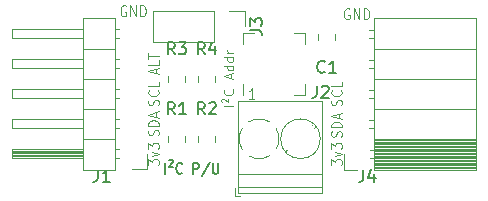
<source format=gbr>
G04 #@! TF.GenerationSoftware,KiCad,Pcbnew,5.0.0*
G04 #@! TF.CreationDate,2018-10-11T21:07:35-04:00*
G04 #@! TF.ProjectId,I2C_Thermocouple,4932435F546865726D6F636F75706C65,rev?*
G04 #@! TF.SameCoordinates,Original*
G04 #@! TF.FileFunction,Legend,Top*
G04 #@! TF.FilePolarity,Positive*
%FSLAX46Y46*%
G04 Gerber Fmt 4.6, Leading zero omitted, Abs format (unit mm)*
G04 Created by KiCad (PCBNEW 5.0.0) date Thu Oct 11 21:07:35 2018*
%MOMM*%
%LPD*%
G01*
G04 APERTURE LIST*
%ADD10C,0.100000*%
%ADD11C,0.150000*%
%ADD12C,0.120000*%
G04 APERTURE END LIST*
D10*
X201320476Y-79179000D02*
X201244285Y-79136142D01*
X201130000Y-79136142D01*
X201015714Y-79179000D01*
X200939523Y-79264714D01*
X200901428Y-79350428D01*
X200863333Y-79521857D01*
X200863333Y-79650428D01*
X200901428Y-79821857D01*
X200939523Y-79907571D01*
X201015714Y-79993285D01*
X201130000Y-80036142D01*
X201206190Y-80036142D01*
X201320476Y-79993285D01*
X201358571Y-79950428D01*
X201358571Y-79650428D01*
X201206190Y-79650428D01*
X201701428Y-80036142D02*
X201701428Y-79136142D01*
X202158571Y-80036142D01*
X202158571Y-79136142D01*
X202539523Y-80036142D02*
X202539523Y-79136142D01*
X202730000Y-79136142D01*
X202844285Y-79179000D01*
X202920476Y-79264714D01*
X202958571Y-79350428D01*
X202996666Y-79521857D01*
X202996666Y-79650428D01*
X202958571Y-79821857D01*
X202920476Y-79907571D01*
X202844285Y-79993285D01*
X202730000Y-80036142D01*
X202539523Y-80036142D01*
X200643285Y-87312380D02*
X200686142Y-87198095D01*
X200686142Y-87007619D01*
X200643285Y-86931428D01*
X200600428Y-86893333D01*
X200514714Y-86855238D01*
X200429000Y-86855238D01*
X200343285Y-86893333D01*
X200300428Y-86931428D01*
X200257571Y-87007619D01*
X200214714Y-87160000D01*
X200171857Y-87236190D01*
X200129000Y-87274285D01*
X200043285Y-87312380D01*
X199957571Y-87312380D01*
X199871857Y-87274285D01*
X199829000Y-87236190D01*
X199786142Y-87160000D01*
X199786142Y-86969523D01*
X199829000Y-86855238D01*
X200600428Y-86055238D02*
X200643285Y-86093333D01*
X200686142Y-86207619D01*
X200686142Y-86283809D01*
X200643285Y-86398095D01*
X200557571Y-86474285D01*
X200471857Y-86512380D01*
X200300428Y-86550476D01*
X200171857Y-86550476D01*
X200000428Y-86512380D01*
X199914714Y-86474285D01*
X199829000Y-86398095D01*
X199786142Y-86283809D01*
X199786142Y-86207619D01*
X199829000Y-86093333D01*
X199871857Y-86055238D01*
X200686142Y-85331428D02*
X200686142Y-85712380D01*
X199786142Y-85712380D01*
X200643285Y-89998428D02*
X200686142Y-89884142D01*
X200686142Y-89693666D01*
X200643285Y-89617476D01*
X200600428Y-89579380D01*
X200514714Y-89541285D01*
X200429000Y-89541285D01*
X200343285Y-89579380D01*
X200300428Y-89617476D01*
X200257571Y-89693666D01*
X200214714Y-89846047D01*
X200171857Y-89922238D01*
X200129000Y-89960333D01*
X200043285Y-89998428D01*
X199957571Y-89998428D01*
X199871857Y-89960333D01*
X199829000Y-89922238D01*
X199786142Y-89846047D01*
X199786142Y-89655571D01*
X199829000Y-89541285D01*
X200686142Y-89198428D02*
X199786142Y-89198428D01*
X199786142Y-89007952D01*
X199829000Y-88893666D01*
X199914714Y-88817476D01*
X200000428Y-88779380D01*
X200171857Y-88741285D01*
X200300428Y-88741285D01*
X200471857Y-88779380D01*
X200557571Y-88817476D01*
X200643285Y-88893666D01*
X200686142Y-89007952D01*
X200686142Y-89198428D01*
X200429000Y-88436523D02*
X200429000Y-88055571D01*
X200686142Y-88512714D02*
X199786142Y-88246047D01*
X200686142Y-87979380D01*
X199786142Y-92392380D02*
X199786142Y-91897142D01*
X200129000Y-92163809D01*
X200129000Y-92049523D01*
X200171857Y-91973333D01*
X200214714Y-91935238D01*
X200300428Y-91897142D01*
X200514714Y-91897142D01*
X200600428Y-91935238D01*
X200643285Y-91973333D01*
X200686142Y-92049523D01*
X200686142Y-92278095D01*
X200643285Y-92354285D01*
X200600428Y-92392380D01*
X200086142Y-91630476D02*
X200686142Y-91440000D01*
X200086142Y-91249523D01*
X199786142Y-91020952D02*
X199786142Y-90525714D01*
X200129000Y-90792380D01*
X200129000Y-90678095D01*
X200171857Y-90601904D01*
X200214714Y-90563809D01*
X200300428Y-90525714D01*
X200514714Y-90525714D01*
X200600428Y-90563809D01*
X200643285Y-90601904D01*
X200686142Y-90678095D01*
X200686142Y-90906666D01*
X200643285Y-90982857D01*
X200600428Y-91020952D01*
X193268571Y-86767142D02*
X192811428Y-86767142D01*
X193040000Y-86767142D02*
X193040000Y-85867142D01*
X192963809Y-85995714D01*
X192887619Y-86081428D01*
X192811428Y-86124285D01*
X182397476Y-78925000D02*
X182321285Y-78882142D01*
X182207000Y-78882142D01*
X182092714Y-78925000D01*
X182016523Y-79010714D01*
X181978428Y-79096428D01*
X181940333Y-79267857D01*
X181940333Y-79396428D01*
X181978428Y-79567857D01*
X182016523Y-79653571D01*
X182092714Y-79739285D01*
X182207000Y-79782142D01*
X182283190Y-79782142D01*
X182397476Y-79739285D01*
X182435571Y-79696428D01*
X182435571Y-79396428D01*
X182283190Y-79396428D01*
X182778428Y-79782142D02*
X182778428Y-78882142D01*
X183235571Y-79782142D01*
X183235571Y-78882142D01*
X183616523Y-79782142D02*
X183616523Y-78882142D01*
X183807000Y-78882142D01*
X183921285Y-78925000D01*
X183997476Y-79010714D01*
X184035571Y-79096428D01*
X184073666Y-79267857D01*
X184073666Y-79396428D01*
X184035571Y-79567857D01*
X183997476Y-79653571D01*
X183921285Y-79739285D01*
X183807000Y-79782142D01*
X183616523Y-79782142D01*
X184935000Y-84639047D02*
X184935000Y-84258095D01*
X185192142Y-84715238D02*
X184292142Y-84448571D01*
X185192142Y-84181904D01*
X185192142Y-83534285D02*
X185192142Y-83915238D01*
X184292142Y-83915238D01*
X184292142Y-83381904D02*
X184292142Y-82924761D01*
X185192142Y-83153333D02*
X184292142Y-83153333D01*
X185149285Y-87312380D02*
X185192142Y-87198095D01*
X185192142Y-87007619D01*
X185149285Y-86931428D01*
X185106428Y-86893333D01*
X185020714Y-86855238D01*
X184935000Y-86855238D01*
X184849285Y-86893333D01*
X184806428Y-86931428D01*
X184763571Y-87007619D01*
X184720714Y-87160000D01*
X184677857Y-87236190D01*
X184635000Y-87274285D01*
X184549285Y-87312380D01*
X184463571Y-87312380D01*
X184377857Y-87274285D01*
X184335000Y-87236190D01*
X184292142Y-87160000D01*
X184292142Y-86969523D01*
X184335000Y-86855238D01*
X185106428Y-86055238D02*
X185149285Y-86093333D01*
X185192142Y-86207619D01*
X185192142Y-86283809D01*
X185149285Y-86398095D01*
X185063571Y-86474285D01*
X184977857Y-86512380D01*
X184806428Y-86550476D01*
X184677857Y-86550476D01*
X184506428Y-86512380D01*
X184420714Y-86474285D01*
X184335000Y-86398095D01*
X184292142Y-86283809D01*
X184292142Y-86207619D01*
X184335000Y-86093333D01*
X184377857Y-86055238D01*
X185192142Y-85331428D02*
X185192142Y-85712380D01*
X184292142Y-85712380D01*
X185149285Y-89871428D02*
X185192142Y-89757142D01*
X185192142Y-89566666D01*
X185149285Y-89490476D01*
X185106428Y-89452380D01*
X185020714Y-89414285D01*
X184935000Y-89414285D01*
X184849285Y-89452380D01*
X184806428Y-89490476D01*
X184763571Y-89566666D01*
X184720714Y-89719047D01*
X184677857Y-89795238D01*
X184635000Y-89833333D01*
X184549285Y-89871428D01*
X184463571Y-89871428D01*
X184377857Y-89833333D01*
X184335000Y-89795238D01*
X184292142Y-89719047D01*
X184292142Y-89528571D01*
X184335000Y-89414285D01*
X185192142Y-89071428D02*
X184292142Y-89071428D01*
X184292142Y-88880952D01*
X184335000Y-88766666D01*
X184420714Y-88690476D01*
X184506428Y-88652380D01*
X184677857Y-88614285D01*
X184806428Y-88614285D01*
X184977857Y-88652380D01*
X185063571Y-88690476D01*
X185149285Y-88766666D01*
X185192142Y-88880952D01*
X185192142Y-89071428D01*
X184935000Y-88309523D02*
X184935000Y-87928571D01*
X185192142Y-88385714D02*
X184292142Y-88119047D01*
X185192142Y-87852380D01*
X184292142Y-92392380D02*
X184292142Y-91897142D01*
X184635000Y-92163809D01*
X184635000Y-92049523D01*
X184677857Y-91973333D01*
X184720714Y-91935238D01*
X184806428Y-91897142D01*
X185020714Y-91897142D01*
X185106428Y-91935238D01*
X185149285Y-91973333D01*
X185192142Y-92049523D01*
X185192142Y-92278095D01*
X185149285Y-92354285D01*
X185106428Y-92392380D01*
X184592142Y-91630476D02*
X185192142Y-91440000D01*
X184592142Y-91249523D01*
X184292142Y-91020952D02*
X184292142Y-90525714D01*
X184635000Y-90792380D01*
X184635000Y-90678095D01*
X184677857Y-90601904D01*
X184720714Y-90563809D01*
X184806428Y-90525714D01*
X185020714Y-90525714D01*
X185106428Y-90563809D01*
X185149285Y-90601904D01*
X185192142Y-90678095D01*
X185192142Y-90906666D01*
X185149285Y-90982857D01*
X185106428Y-91020952D01*
X191496904Y-87413809D02*
X190696904Y-87413809D01*
X190506428Y-87070952D02*
X190468333Y-86994761D01*
X190468333Y-86880476D01*
X190506428Y-86804285D01*
X190582619Y-86766190D01*
X190658809Y-86766190D01*
X190735000Y-86804285D01*
X191001666Y-87070952D01*
X191001666Y-86766190D01*
X191420714Y-85966190D02*
X191458809Y-86004285D01*
X191496904Y-86118571D01*
X191496904Y-86194761D01*
X191458809Y-86309047D01*
X191382619Y-86385238D01*
X191306428Y-86423333D01*
X191154047Y-86461428D01*
X191039761Y-86461428D01*
X190887380Y-86423333D01*
X190811190Y-86385238D01*
X190735000Y-86309047D01*
X190696904Y-86194761D01*
X190696904Y-86118571D01*
X190735000Y-86004285D01*
X190773095Y-85966190D01*
X191268333Y-85051904D02*
X191268333Y-84670952D01*
X191496904Y-85128095D02*
X190696904Y-84861428D01*
X191496904Y-84594761D01*
X191496904Y-83985238D02*
X190696904Y-83985238D01*
X191458809Y-83985238D02*
X191496904Y-84061428D01*
X191496904Y-84213809D01*
X191458809Y-84290000D01*
X191420714Y-84328095D01*
X191344523Y-84366190D01*
X191115952Y-84366190D01*
X191039761Y-84328095D01*
X191001666Y-84290000D01*
X190963571Y-84213809D01*
X190963571Y-84061428D01*
X191001666Y-83985238D01*
X191496904Y-83261428D02*
X190696904Y-83261428D01*
X191458809Y-83261428D02*
X191496904Y-83337619D01*
X191496904Y-83490000D01*
X191458809Y-83566190D01*
X191420714Y-83604285D01*
X191344523Y-83642380D01*
X191115952Y-83642380D01*
X191039761Y-83604285D01*
X191001666Y-83566190D01*
X190963571Y-83490000D01*
X190963571Y-83337619D01*
X191001666Y-83261428D01*
X191496904Y-82880476D02*
X190963571Y-82880476D01*
X191115952Y-82880476D02*
X191039761Y-82842380D01*
X191001666Y-82804285D01*
X190963571Y-82728095D01*
X190963571Y-82651904D01*
D11*
X185712380Y-93117142D02*
X185712380Y-92217142D01*
X186055238Y-92002857D02*
X186131428Y-91960000D01*
X186245714Y-91960000D01*
X186321904Y-92002857D01*
X186360000Y-92088571D01*
X186360000Y-92174285D01*
X186321904Y-92260000D01*
X186055238Y-92560000D01*
X186360000Y-92560000D01*
X187160000Y-93031428D02*
X187121904Y-93074285D01*
X187007619Y-93117142D01*
X186931428Y-93117142D01*
X186817142Y-93074285D01*
X186740952Y-92988571D01*
X186702857Y-92902857D01*
X186664761Y-92731428D01*
X186664761Y-92602857D01*
X186702857Y-92431428D01*
X186740952Y-92345714D01*
X186817142Y-92260000D01*
X186931428Y-92217142D01*
X187007619Y-92217142D01*
X187121904Y-92260000D01*
X187160000Y-92302857D01*
X188112380Y-93117142D02*
X188112380Y-92217142D01*
X188417142Y-92217142D01*
X188493333Y-92260000D01*
X188531428Y-92302857D01*
X188569523Y-92388571D01*
X188569523Y-92517142D01*
X188531428Y-92602857D01*
X188493333Y-92645714D01*
X188417142Y-92688571D01*
X188112380Y-92688571D01*
X189483809Y-92174285D02*
X188798095Y-93331428D01*
X189750476Y-92217142D02*
X189750476Y-92945714D01*
X189788571Y-93031428D01*
X189826666Y-93074285D01*
X189902857Y-93117142D01*
X190055238Y-93117142D01*
X190131428Y-93074285D01*
X190169523Y-93031428D01*
X190207619Y-92945714D01*
X190207619Y-92217142D01*
D12*
G04 #@! TO.C,U1*
X192335000Y-85530000D02*
X192335000Y-86430000D01*
X197555000Y-81210000D02*
X196655000Y-81210000D01*
X197555000Y-82110000D02*
X197555000Y-81210000D01*
X197555000Y-86430000D02*
X196655000Y-86430000D01*
X197555000Y-85530000D02*
X197555000Y-86430000D01*
X192335000Y-81210000D02*
X193235000Y-81210000D01*
X192335000Y-82110000D02*
X192335000Y-81210000D01*
G04 #@! TO.C,J3*
X192465000Y-79315000D02*
X192465000Y-80645000D01*
X191135000Y-79315000D02*
X192465000Y-79315000D01*
X189865000Y-79315000D02*
X189865000Y-81975000D01*
X189865000Y-81975000D02*
X184725000Y-81975000D01*
X189865000Y-79315000D02*
X184725000Y-79315000D01*
X184725000Y-79315000D02*
X184725000Y-81975000D01*
G04 #@! TO.C,J4*
X212020000Y-92650000D02*
X203390000Y-92650000D01*
X212020000Y-92531905D02*
X203390000Y-92531905D01*
X212020000Y-92413810D02*
X203390000Y-92413810D01*
X212020000Y-92295715D02*
X203390000Y-92295715D01*
X212020000Y-92177620D02*
X203390000Y-92177620D01*
X212020000Y-92059525D02*
X203390000Y-92059525D01*
X212020000Y-91941430D02*
X203390000Y-91941430D01*
X212020000Y-91823335D02*
X203390000Y-91823335D01*
X212020000Y-91705240D02*
X203390000Y-91705240D01*
X212020000Y-91587145D02*
X203390000Y-91587145D01*
X212020000Y-91469050D02*
X203390000Y-91469050D01*
X212020000Y-91350955D02*
X203390000Y-91350955D01*
X212020000Y-91232860D02*
X203390000Y-91232860D01*
X212020000Y-91114765D02*
X203390000Y-91114765D01*
X212020000Y-90996670D02*
X203390000Y-90996670D01*
X212020000Y-90878575D02*
X203390000Y-90878575D01*
X212020000Y-90760480D02*
X203390000Y-90760480D01*
X212020000Y-90642385D02*
X203390000Y-90642385D01*
X212020000Y-90524290D02*
X203390000Y-90524290D01*
X212020000Y-90406195D02*
X203390000Y-90406195D01*
X212020000Y-90288100D02*
X203390000Y-90288100D01*
X203390000Y-91800000D02*
X203040000Y-91800000D01*
X203390000Y-91080000D02*
X203040000Y-91080000D01*
X203390000Y-89260000D02*
X202980000Y-89260000D01*
X203390000Y-88540000D02*
X202980000Y-88540000D01*
X203390000Y-86720000D02*
X202980000Y-86720000D01*
X203390000Y-86000000D02*
X202980000Y-86000000D01*
X203390000Y-84180000D02*
X202980000Y-84180000D01*
X203390000Y-83460000D02*
X202980000Y-83460000D01*
X203390000Y-81640000D02*
X202980000Y-81640000D01*
X203390000Y-80920000D02*
X202980000Y-80920000D01*
X212020000Y-90170000D02*
X203390000Y-90170000D01*
X212020000Y-87630000D02*
X203390000Y-87630000D01*
X212020000Y-85090000D02*
X203390000Y-85090000D01*
X212020000Y-82550000D02*
X203390000Y-82550000D01*
X212020000Y-92770000D02*
X203390000Y-92770000D01*
X203390000Y-92770000D02*
X203390000Y-79950000D01*
X212020000Y-79950000D02*
X203390000Y-79950000D01*
X212020000Y-92770000D02*
X212020000Y-79950000D01*
X200820000Y-92770000D02*
X200820000Y-91440000D01*
X201930000Y-92770000D02*
X200820000Y-92770000D01*
G04 #@! TO.C,C1*
X198680000Y-81841078D02*
X198680000Y-81323922D01*
X200100000Y-81841078D02*
X200100000Y-81323922D01*
G04 #@! TO.C,J1*
X181440000Y-92770000D02*
X181440000Y-79950000D01*
X181440000Y-79950000D02*
X178780000Y-79950000D01*
X178780000Y-79950000D02*
X178780000Y-92770000D01*
X178780000Y-92770000D02*
X181440000Y-92770000D01*
X178780000Y-91820000D02*
X172780000Y-91820000D01*
X172780000Y-91820000D02*
X172780000Y-91060000D01*
X172780000Y-91060000D02*
X178780000Y-91060000D01*
X178780000Y-91760000D02*
X172780000Y-91760000D01*
X178780000Y-91640000D02*
X172780000Y-91640000D01*
X178780000Y-91520000D02*
X172780000Y-91520000D01*
X178780000Y-91400000D02*
X172780000Y-91400000D01*
X178780000Y-91280000D02*
X172780000Y-91280000D01*
X178780000Y-91160000D02*
X172780000Y-91160000D01*
X181770000Y-91820000D02*
X181440000Y-91820000D01*
X181770000Y-91060000D02*
X181440000Y-91060000D01*
X181440000Y-90170000D02*
X178780000Y-90170000D01*
X178780000Y-89280000D02*
X172780000Y-89280000D01*
X172780000Y-89280000D02*
X172780000Y-88520000D01*
X172780000Y-88520000D02*
X178780000Y-88520000D01*
X181837071Y-89280000D02*
X181440000Y-89280000D01*
X181837071Y-88520000D02*
X181440000Y-88520000D01*
X181440000Y-87630000D02*
X178780000Y-87630000D01*
X178780000Y-86740000D02*
X172780000Y-86740000D01*
X172780000Y-86740000D02*
X172780000Y-85980000D01*
X172780000Y-85980000D02*
X178780000Y-85980000D01*
X181837071Y-86740000D02*
X181440000Y-86740000D01*
X181837071Y-85980000D02*
X181440000Y-85980000D01*
X181440000Y-85090000D02*
X178780000Y-85090000D01*
X178780000Y-84200000D02*
X172780000Y-84200000D01*
X172780000Y-84200000D02*
X172780000Y-83440000D01*
X172780000Y-83440000D02*
X178780000Y-83440000D01*
X181837071Y-84200000D02*
X181440000Y-84200000D01*
X181837071Y-83440000D02*
X181440000Y-83440000D01*
X181440000Y-82550000D02*
X178780000Y-82550000D01*
X178780000Y-81660000D02*
X172780000Y-81660000D01*
X172780000Y-81660000D02*
X172780000Y-80900000D01*
X172780000Y-80900000D02*
X178780000Y-80900000D01*
X181837071Y-81660000D02*
X181440000Y-81660000D01*
X181837071Y-80900000D02*
X181440000Y-80900000D01*
X184150000Y-91440000D02*
X184150000Y-92710000D01*
X184150000Y-92710000D02*
X182880000Y-92710000D01*
G04 #@! TO.C,R4*
X188520000Y-84831422D02*
X188520000Y-85348578D01*
X189940000Y-84831422D02*
X189940000Y-85348578D01*
G04 #@! TO.C,R3*
X185980000Y-85348578D02*
X185980000Y-84831422D01*
X187400000Y-85348578D02*
X187400000Y-84831422D01*
G04 #@! TO.C,R2*
X189940000Y-90428578D02*
X189940000Y-89911422D01*
X188520000Y-90428578D02*
X188520000Y-89911422D01*
G04 #@! TO.C,R1*
X185980000Y-90428578D02*
X185980000Y-89911422D01*
X187400000Y-90428578D02*
X187400000Y-89911422D01*
G04 #@! TO.C,J2*
X194565264Y-91594721D02*
G75*
G02X193675000Y-91850000I-890264J1424721D01*
G01*
X195100505Y-89279807D02*
G75*
G02X195100000Y-91061000I-1425505J-890193D01*
G01*
X192785106Y-88744642D02*
G75*
G02X194541000Y-88730000I889894J-1425358D01*
G01*
X192249642Y-91059894D02*
G75*
G02X192235000Y-89304000I1425358J889894D01*
G01*
X193703674Y-91850099D02*
G75*
G02X192809000Y-91610000I-28674J1680099D01*
G01*
X198855000Y-90170000D02*
G75*
G03X198855000Y-90170000I-1680000J0D01*
G01*
X191865000Y-94270000D02*
X198985000Y-94270000D01*
X191865000Y-93170000D02*
X198985000Y-93170000D01*
X191865000Y-87010000D02*
X198985000Y-87010000D01*
X191865000Y-94730000D02*
X198985000Y-94730000D01*
X191865000Y-87010000D02*
X191865000Y-94730000D01*
X198985000Y-87010000D02*
X198985000Y-94730000D01*
X198450000Y-89101000D02*
X198321000Y-89229000D01*
X196200000Y-91351000D02*
X196106000Y-91444000D01*
X198245000Y-88895000D02*
X198151000Y-88989000D01*
X196030000Y-91111000D02*
X195901000Y-91239000D01*
X191625000Y-94330000D02*
X191625000Y-94970000D01*
X191625000Y-94970000D02*
X192025000Y-94970000D01*
G04 #@! TO.C,J3*
D11*
X192917380Y-80978333D02*
X193631666Y-80978333D01*
X193774523Y-81025952D01*
X193869761Y-81121190D01*
X193917380Y-81264047D01*
X193917380Y-81359285D01*
X192917380Y-80597380D02*
X192917380Y-79978333D01*
X193298333Y-80311666D01*
X193298333Y-80168809D01*
X193345952Y-80073571D01*
X193393571Y-80025952D01*
X193488809Y-79978333D01*
X193726904Y-79978333D01*
X193822142Y-80025952D01*
X193869761Y-80073571D01*
X193917380Y-80168809D01*
X193917380Y-80454523D01*
X193869761Y-80549761D01*
X193822142Y-80597380D01*
G04 #@! TO.C,J4*
X202485666Y-92797380D02*
X202485666Y-93511666D01*
X202438047Y-93654523D01*
X202342809Y-93749761D01*
X202199952Y-93797380D01*
X202104714Y-93797380D01*
X203390428Y-93130714D02*
X203390428Y-93797380D01*
X203152333Y-92749761D02*
X202914238Y-93464047D01*
X203533285Y-93464047D01*
G04 #@! TO.C,C1*
X199223333Y-84479642D02*
X199175714Y-84527261D01*
X199032857Y-84574880D01*
X198937619Y-84574880D01*
X198794761Y-84527261D01*
X198699523Y-84432023D01*
X198651904Y-84336785D01*
X198604285Y-84146309D01*
X198604285Y-84003452D01*
X198651904Y-83812976D01*
X198699523Y-83717738D01*
X198794761Y-83622500D01*
X198937619Y-83574880D01*
X199032857Y-83574880D01*
X199175714Y-83622500D01*
X199223333Y-83670119D01*
X200175714Y-84574880D02*
X199604285Y-84574880D01*
X199890000Y-84574880D02*
X199890000Y-83574880D01*
X199794761Y-83717738D01*
X199699523Y-83812976D01*
X199604285Y-83860595D01*
G04 #@! TO.C,J1*
X180006666Y-92797380D02*
X180006666Y-93511666D01*
X179959047Y-93654523D01*
X179863809Y-93749761D01*
X179720952Y-93797380D01*
X179625714Y-93797380D01*
X181006666Y-93797380D02*
X180435238Y-93797380D01*
X180720952Y-93797380D02*
X180720952Y-92797380D01*
X180625714Y-92940238D01*
X180530476Y-93035476D01*
X180435238Y-93083095D01*
G04 #@! TO.C,R4*
X189063333Y-83002380D02*
X188730000Y-82526190D01*
X188491904Y-83002380D02*
X188491904Y-82002380D01*
X188872857Y-82002380D01*
X188968095Y-82050000D01*
X189015714Y-82097619D01*
X189063333Y-82192857D01*
X189063333Y-82335714D01*
X189015714Y-82430952D01*
X188968095Y-82478571D01*
X188872857Y-82526190D01*
X188491904Y-82526190D01*
X189920476Y-82335714D02*
X189920476Y-83002380D01*
X189682380Y-81954761D02*
X189444285Y-82669047D01*
X190063333Y-82669047D01*
G04 #@! TO.C,R3*
X186523333Y-83002380D02*
X186190000Y-82526190D01*
X185951904Y-83002380D02*
X185951904Y-82002380D01*
X186332857Y-82002380D01*
X186428095Y-82050000D01*
X186475714Y-82097619D01*
X186523333Y-82192857D01*
X186523333Y-82335714D01*
X186475714Y-82430952D01*
X186428095Y-82478571D01*
X186332857Y-82526190D01*
X185951904Y-82526190D01*
X186856666Y-82002380D02*
X187475714Y-82002380D01*
X187142380Y-82383333D01*
X187285238Y-82383333D01*
X187380476Y-82430952D01*
X187428095Y-82478571D01*
X187475714Y-82573809D01*
X187475714Y-82811904D01*
X187428095Y-82907142D01*
X187380476Y-82954761D01*
X187285238Y-83002380D01*
X186999523Y-83002380D01*
X186904285Y-82954761D01*
X186856666Y-82907142D01*
G04 #@! TO.C,R2*
X189063333Y-88082380D02*
X188730000Y-87606190D01*
X188491904Y-88082380D02*
X188491904Y-87082380D01*
X188872857Y-87082380D01*
X188968095Y-87130000D01*
X189015714Y-87177619D01*
X189063333Y-87272857D01*
X189063333Y-87415714D01*
X189015714Y-87510952D01*
X188968095Y-87558571D01*
X188872857Y-87606190D01*
X188491904Y-87606190D01*
X189444285Y-87177619D02*
X189491904Y-87130000D01*
X189587142Y-87082380D01*
X189825238Y-87082380D01*
X189920476Y-87130000D01*
X189968095Y-87177619D01*
X190015714Y-87272857D01*
X190015714Y-87368095D01*
X189968095Y-87510952D01*
X189396666Y-88082380D01*
X190015714Y-88082380D01*
G04 #@! TO.C,R1*
X186523333Y-88082380D02*
X186190000Y-87606190D01*
X185951904Y-88082380D02*
X185951904Y-87082380D01*
X186332857Y-87082380D01*
X186428095Y-87130000D01*
X186475714Y-87177619D01*
X186523333Y-87272857D01*
X186523333Y-87415714D01*
X186475714Y-87510952D01*
X186428095Y-87558571D01*
X186332857Y-87606190D01*
X185951904Y-87606190D01*
X187475714Y-88082380D02*
X186904285Y-88082380D01*
X187190000Y-88082380D02*
X187190000Y-87082380D01*
X187094761Y-87225238D01*
X186999523Y-87320476D01*
X186904285Y-87368095D01*
G04 #@! TO.C,J2*
X198548666Y-85685380D02*
X198548666Y-86399666D01*
X198501047Y-86542523D01*
X198405809Y-86637761D01*
X198262952Y-86685380D01*
X198167714Y-86685380D01*
X198977238Y-85780619D02*
X199024857Y-85733000D01*
X199120095Y-85685380D01*
X199358190Y-85685380D01*
X199453428Y-85733000D01*
X199501047Y-85780619D01*
X199548666Y-85875857D01*
X199548666Y-85971095D01*
X199501047Y-86113952D01*
X198929619Y-86685380D01*
X199548666Y-86685380D01*
G04 #@! TD*
M02*

</source>
